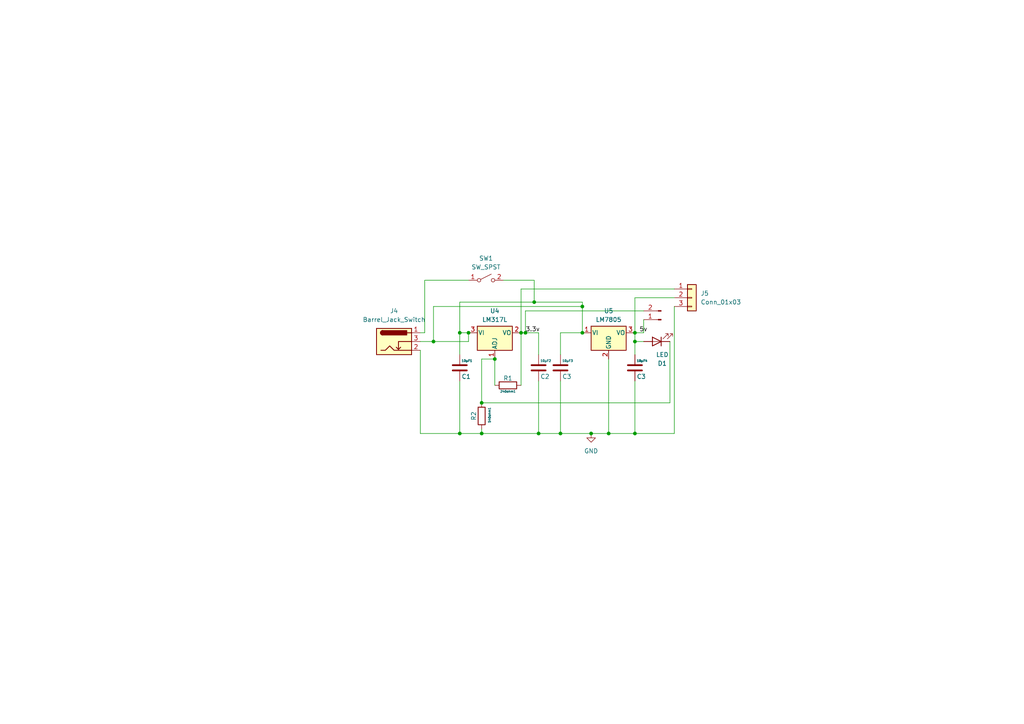
<source format=kicad_sch>
(kicad_sch (version 20231120) (generator "eeschema") (generator_version "8.0")
  (paper "A4")
  (lib_symbols
    (symbol "Connector:Barrel_Jack_Switch" (pin_names hide)
      (property "Reference" "J" (at 0 5.334 0))
      (property "Value" "Barrel_Jack_Switch" (at 0 -5.08 0))
      (symbol "Barrel_Jack_Switch_0_1"
        (rectangle (start -5.08 3.81) (end 5.08 -3.81) (stroke (width 0.254)) (fill (type background)))
        (arc (start -3.302 3.175) (mid -3.9343 2.54) (end -3.302 1.905) (stroke (width 0.254)))
        (arc (start -3.302 3.175) (mid -3.9343 2.54) (end -3.302 1.905) (stroke (width 0.254)) (fill (type outline)))
        (polyline (pts (xy 1.27 -2.286) (xy 1.905 -1.651)) (stroke (width 0.254)))
        (polyline (pts (xy 5.08 2.54) (xy 3.81 2.54)) (stroke (width 0.254)))
        (polyline (pts (xy 5.08 0) (xy 1.27 0) (xy 1.27 -2.286) (xy 0.635 -1.651)) (stroke (width 0.254)))
        (polyline (pts (xy -3.81 -2.54) (xy -2.54 -2.54) (xy -1.27 -1.27) (xy 0 -2.54) (xy 2.54 -2.54) (xy 5.08 -2.54)) (stroke (width 0.254)))
        (rectangle (start 3.683 3.175) (end -3.302 1.905) (stroke (width 0.254)) (fill (type outline)))
      )
      (symbol "Barrel_Jack_Switch_1_1"
        (pin passive line (at 7.62 2.54 180) (length 2.54) (name "~") (number "1"))
        (pin passive line (at 7.62 -2.54 180) (length 2.54) (name "~") (number "2"))
        (pin passive line (at 7.62 0 180) (length 2.54) (name "~") (number "3"))
      )
    )
    (symbol "Connector:Conn_01x02_Pin" (pin_names (offset 1.016) hide)
      (property "Reference" "J" (at 0 2.54 0))
      (property "Value" "Conn_01x02_Pin" (at 0 -5.08 0))
      (symbol "Conn_01x02_Pin_1_1"
        (polyline (pts (xy 1.27 -2.54) (xy 0.8636 -2.54)) (stroke (width 0.1524)))
        (polyline (pts (xy 1.27 0) (xy 0.8636 0)) (stroke (width 0.1524)))
        (rectangle (start 0.8636 -2.413) (end 0 -2.667) (stroke (width 0.1524)) (fill (type outline)))
        (rectangle (start 0.8636 0.127) (end 0 -0.127) (stroke (width 0.1524)) (fill (type outline)))
        (pin passive line (at 5.08 0 180) (length 3.81) (name "Pin_1") (number "1"))
        (pin passive line (at 5.08 -2.54 180) (length 3.81) (name "Pin_2") (number "2"))
      )
    )
    (symbol "Connector_Generic:Conn_01x03" (pin_names (offset 1.016) hide)
      (property "Reference" "J" (at 0 5.08 0))
      (property "Value" "Conn_01x03" (at 0 -5.08 0))
      (symbol "Conn_01x03_1_1"
        (rectangle (start -1.27 -2.413) (end 0 -2.667) (stroke (width 0.1524)))
        (rectangle (start -1.27 0.127) (end 0 -0.127) (stroke (width 0.1524)))
        (rectangle (start -1.27 2.667) (end 0 2.413) (stroke (width 0.1524)))
        (rectangle (start -1.27 3.81) (end 1.27 -3.81) (stroke (width 0.254)) (fill (type background)))
        (pin passive line (at -5.08 2.54 0) (length 3.81) (name "Pin_1") (number "1"))
        (pin passive line (at -5.08 0 0) (length 3.81) (name "Pin_2") (number "2"))
        (pin passive line (at -5.08 -2.54 0) (length 3.81) (name "Pin_3") (number "3"))
      )
    )
    (symbol "Device:C" (pin_numbers hide) (pin_names (offset 0.254))
      (property "Reference" "C" (at 0.635 2.54 0))
      (property "Value" "C" (at 0.635 -2.54 0))
      (symbol "C_0_1"
        (polyline (pts (xy -2.032 -0.762) (xy 2.032 -0.762)) (stroke (width 0.508)))
        (polyline (pts (xy -2.032 0.762) (xy 2.032 0.762)) (stroke (width 0.508)))
      )
      (symbol "C_1_1"
        (pin passive line (at 0 3.81 270) (length 2.794) (name "~") (number "1"))
        (pin passive line (at 0 -3.81 90) (length 2.794) (name "~") (number "2"))
      )
    )
    (symbol "Device:LED" (pin_numbers hide) (pin_names (offset 1.016) hide)
      (property "Reference" "D" (at 0 2.54 0))
      (property "Value" "LED" (at 0 -2.54 0))
      (symbol "LED_0_1"
        (polyline (pts (xy -1.27 -1.27) (xy -1.27 1.27)) (stroke (width 0.254)))
        (polyline (pts (xy -1.27 0) (xy 1.27 0)))
        (polyline (pts (xy 1.27 -1.27) (xy 1.27 1.27) (xy -1.27 0) (xy 1.27 -1.27)) (stroke (width 0.254)))
        (polyline (pts (xy -3.048 -0.762) (xy -4.572 -2.286) (xy -3.81 -2.286) (xy -4.572 -2.286) (xy -4.572 -1.524)))
        (polyline (pts (xy -1.778 -0.762) (xy -3.302 -2.286) (xy -2.54 -2.286) (xy -3.302 -2.286) (xy -3.302 -1.524)))
      )
      (symbol "LED_1_1"
        (pin passive line (at -3.81 0 0) (length 2.54) (name "K") (number "1"))
        (pin passive line (at 3.81 0 180) (length 2.54) (name "A") (number "2"))
      )
    )
    (symbol "Device:R" (pin_numbers hide) (pin_names (offset 0))
      (property "Reference" "R" (at 2.032 0 90))
      (property "Value" "R" (at 0 0 90))
      (symbol "R_0_1"
        (rectangle (start -1.016 -2.54) (end 1.016 2.54) (stroke (width 0.254)))
      )
      (symbol "R_1_1"
        (pin passive line (at 0 3.81 270) (length 1.27) (name "~") (number "1"))
        (pin passive line (at 0 -3.81 90) (length 1.27) (name "~") (number "2"))
      )
    )
    (symbol "Regulator_Linear:LM317L_SOT-89" (pin_names (offset 0.254))
      (property "Reference" "U" (at -3.81 3.175 0))
      (property "Value" "LM317L_SOT-89" (at 0 3.175 0))
      (symbol "LM317L_SOT-89_0_1"
        (rectangle (start -5.08 1.905) (end 5.08 -5.08) (stroke (width 0.254)) (fill (type background)))
      )
      (symbol "LM317L_SOT-89_1_1"
        (pin input line (at 0 -7.62 90) (length 2.54) (name "ADJ") (number "1"))
        (pin power_out line (at 7.62 0 180) (length 2.54) (name "VO") (number "2"))
        (pin power_in line (at -7.62 0 0) (length 2.54) (name "VI") (number "3"))
      )
    )
    (symbol "Regulator_Linear:LM7805_TO220" (pin_names (offset 0.254))
      (property "Reference" "U" (at -3.81 3.175 0))
      (property "Value" "LM7805_TO220" (at 0 3.175 0))
      (symbol "LM7805_TO220_0_1"
        (rectangle (start -5.08 1.905) (end 5.08 -5.08) (stroke (width 0.254)) (fill (type background)))
      )
      (symbol "LM7805_TO220_1_1"
        (pin power_in line (at -7.62 0 0) (length 2.54) (name "VI") (number "1"))
        (pin power_in line (at 0 -7.62 90) (length 2.54) (name "GND") (number "2"))
        (pin power_out line (at 7.62 0 180) (length 2.54) (name "VO") (number "3"))
      )
    )
    (symbol "Switch:SW_SPST" (pin_names (offset 0) hide)
      (property "Reference" "SW" (at 0 3.175 0))
      (property "Value" "SW_SPST" (at 0 -2.54 0))
      (symbol "SW_SPST_0_0"
        (circle (center -2.032 0) (radius 0.508))
        (polyline (pts (xy -1.524 0.254) (xy 1.524 1.778)))
        (circle (center 2.032 0) (radius 0.508))
      )
      (symbol "SW_SPST_1_1"
        (pin passive line (at -5.08 0 0) (length 2.54) (name "A") (number "1"))
        (pin passive line (at 5.08 0 180) (length 2.54) (name "B") (number "2"))
      )
    )
    (symbol "power:GND" (power) (pin_numbers hide) (pin_names (offset 0) hide)
      (property "Value" "GND" (at 0 -3.81 0))
      (symbol "GND_0_1"
        (polyline (pts (xy 0 0) (xy 0 -1.27) (xy 1.27 -1.27) (xy 0 -2.54) (xy -1.27 -1.27) (xy 0 -1.27)))
      )
      (symbol "GND_1_1"
        (pin power_in line (at 0 0 270) (length 0) (name "~") (number "1"))
      )
    )
  )
  (junction (at 125.73 99.06))
  (junction (at 176.53 125.73))
  (junction (at 162.56 125.73))
  (junction (at 168.91 96.52))
  (junction (at 151.13 96.52))
  (junction (at 184.15 96.52))
  (junction (at 156.21 125.73))
  (junction (at 139.7 125.73))
  (junction (at 184.15 125.73))
  (junction (at 139.7 116.84))
  (junction (at 171.45 125.73))
  (junction (at 168.91 88.9))
  (junction (at 133.35 96.52))
  (junction (at 154.94 87.63))
  (junction (at 143.51 104.14))
  (junction (at 184.15 99.06))
  (junction (at 133.35 125.73))
  (junction (at 152.4 96.52))
  (junction (at 135.89 96.52))
  (wire (pts (xy 156.21 110.49) (xy 156.21 125.73)))
  (wire (pts (xy 151.13 96.52) (xy 151.13 111.76)))
  (wire (pts (xy 184.15 86.36) (xy 184.15 96.52)))
  (wire (pts (xy 184.15 110.49) (xy 184.15 125.73)))
  (wire (pts (xy 133.35 87.63) (xy 133.35 96.52)))
  (wire (pts (xy 139.7 104.14) (xy 143.51 104.14)))
  (wire (pts (xy 123.19 96.52) (xy 123.19 81.28)))
  (wire (pts (xy 184.15 125.73) (xy 195.58 125.73)))
  (wire (pts (xy 152.4 96.52) (xy 156.21 96.52)))
  (wire (pts (xy 195.58 88.9) (xy 195.58 125.73)))
  (wire (pts (xy 139.7 116.84) (xy 194.31 116.84)))
  (wire (pts (xy 135.89 99.06) (xy 135.89 96.52)))
  (wire (pts (xy 171.45 125.73) (xy 176.53 125.73)))
  (wire (pts (xy 151.13 83.82) (xy 195.58 83.82)))
  (wire (pts (xy 184.15 99.06) (xy 186.69 99.06)))
  (wire (pts (xy 194.31 99.06) (xy 194.31 116.84)))
  (wire (pts (xy 146.05 81.28) (xy 154.94 81.28)))
  (wire (pts (xy 125.73 88.9) (xy 168.91 88.9)))
  (wire (pts (xy 184.15 86.36) (xy 195.58 86.36)))
  (wire (pts (xy 151.13 83.82) (xy 151.13 96.52)))
  (wire (pts (xy 133.35 125.73) (xy 139.7 125.73)))
  (wire (pts (xy 176.53 104.14) (xy 176.53 125.73)))
  (wire (pts (xy 162.56 96.52) (xy 162.56 102.87)))
  (wire (pts (xy 184.15 96.52) (xy 186.69 96.52)))
  (wire (pts (xy 184.15 96.52) (xy 184.15 99.06)))
  (wire (pts (xy 121.92 96.52) (xy 123.19 96.52)))
  (wire (pts (xy 186.69 90.17) (xy 152.4 90.17)))
  (wire (pts (xy 133.35 110.49) (xy 133.35 125.73)))
  (wire (pts (xy 139.7 116.84) (xy 139.7 104.14)))
  (wire (pts (xy 186.69 92.71) (xy 186.69 96.52)))
  (wire (pts (xy 133.35 96.52) (xy 135.89 96.52)))
  (wire (pts (xy 123.19 81.28) (xy 135.89 81.28)))
  (wire (pts (xy 154.94 87.63) (xy 133.35 87.63)))
  (wire (pts (xy 151.13 96.52) (xy 152.4 96.52)))
  (wire (pts (xy 139.7 124.46) (xy 139.7 125.73)))
  (wire (pts (xy 121.92 125.73) (xy 133.35 125.73)))
  (wire (pts (xy 176.53 125.73) (xy 184.15 125.73)))
  (wire (pts (xy 162.56 125.73) (xy 156.21 125.73)))
  (wire (pts (xy 156.21 96.52) (xy 156.21 102.87)))
  (wire (pts (xy 184.15 99.06) (xy 184.15 102.87)))
  (wire (pts (xy 168.91 96.52) (xy 162.56 96.52)))
  (wire (pts (xy 168.91 87.63) (xy 154.94 87.63)))
  (wire (pts (xy 143.51 104.14) (xy 143.51 111.76)))
  (wire (pts (xy 139.7 125.73) (xy 156.21 125.73)))
  (wire (pts (xy 152.4 90.17) (xy 152.4 96.52)))
  (wire (pts (xy 121.92 99.06) (xy 125.73 99.06)))
  (wire (pts (xy 154.94 81.28) (xy 154.94 87.63)))
  (wire (pts (xy 162.56 125.73) (xy 171.45 125.73)))
  (wire (pts (xy 125.73 99.06) (xy 135.89 99.06)))
  (wire (pts (xy 162.56 110.49) (xy 162.56 125.73)))
  (wire (pts (xy 125.73 99.06) (xy 125.73 88.9)))
  (wire (pts (xy 121.92 101.6) (xy 121.92 125.73)))
  (wire (pts (xy 168.91 88.9) (xy 168.91 87.63)))
  (wire (pts (xy 133.35 96.52) (xy 133.35 102.87)))
  (wire (pts (xy 168.91 96.52) (xy 168.91 88.9)))
  (label "5v" (at 185.42 96.52 0))
  (label "3.3v" (at 152.4 96.52 0))
  (symbol (lib_id "Connector:Conn_01x02_Pin") (at 191.77 92.71 180) (unit 1)
    (property "Reference" "J2" (effects (hide yes)))
    (property "Value" "Conn_01x02_Pin" (effects (hide yes)))
    (property "Footprint" "Connector:FanPinHeader_1x03_P2.54mm_Vertical" (effects (hide yes)))
    (property "Description" "Generic connector, single row, 01x02, script generated" (effects (hide yes)))
  )
  (symbol (lib_id "power:GND") (at 171.45 125.73 0) (unit 1)
    (property "Reference" "#PWR01" (effects (hide yes)))
    (property "Value" "GND" (at 171.45 130.81 0))
    (property "Description" "Power symbol creates a global label with name \"GND\" , ground" (effects (hide yes)))
    (instances (project "schemetics" (path "" (reference "#PWR01") (unit 1))) (project "POWER SUPPLY" (path "" (reference "#PWR?") (unit 1))))
  )
  (symbol (lib_id "Device:C") (at 184.15 106.68 0) (unit 1)
    (property "Reference" "10µF4" (at 184.658 104.648 0) (effects (font (size 0.635 0.635)) (justify left)))
    (property "Value" "C3" (at 184.658 109.22 0) (effects (justify left)))
    (property "Footprint" "Capacitor_SMD:C_01005_0402Metric" (effects (hide yes)))
    (property "Description" "Unpolarized capacitor" (effects (hide yes)))
    (instances (project "schemetics" (path "" (reference "10µF4") (unit 1))) (project "POWER SUPPLY" (path "" (reference "10µF?") (unit 1))))
  )
  (symbol (lib_id "Device:R") (at 147.32 111.76 90) (unit 1)
    (property "Reference" "240ohm1" (at 147.32 113.538 90) (effects (font (size 0.635 0.635))))
    (property "Value" "R1" (at 147.32 109.728 90))
    (property "Footprint" "Resistor_SMD:R_0805_2012Metric" (effects (hide yes)))
    (property "Description" "Resistor" (effects (hide yes)))
    (instances (project "schemetics" (path "" (reference "240ohm1") (unit 1))) (project "POWER SUPPLY" (path "" (reference "240ohm?") (unit 1))))
  )
  (symbol (lib_id "Switch:SW_SPST") (at 140.97 81.28 0) (unit 1)
    (property "Reference" "SW1" (at 140.97 74.93 0))
    (property "Value" "SW_SPST" (at 140.97 77.47 0))
    (property "Footprint" "Button_Switch_SMD:SW_DIP_SPSTx08_Slide_Copal_CVS-08xB_W5.9mm_P1mm" (effects (hide yes)))
    (property "Description" "Single Pole Single Throw (SPST) switch" (effects (hide yes)))
    (instances (project "schemetics" (path "" (reference "SW1") (unit 1))) (project "POWER SUPPLY" (path "" (reference "SW?") (unit 1))))
  )
  (symbol (lib_id "Connector_Generic:Conn_01x03") (at 200.66 86.36 0) (unit 1)
    (property "Reference" "J5" (at 203.2 85.0899 0) (effects (justify left)))
    (property "Value" "Conn_01x03" (at 203.2 87.6299 0) (effects (justify left)))
    (property "Footprint" "Connector_PinHeader_1.00mm:PinHeader_1x03_P1.00mm_Vertical" (effects (hide yes)))
    (property "Description" "Generic connector, single row, 01x03, script generated (kicad-library-utils/schlib/autogen/connector/)" (effects (hide yes)))
    (instances (project "schemetics" (path "" (reference "J5") (unit 1))) (project "POWER SUPPLY" (path "" (reference "J?") (unit 1))))
  )
  (symbol (lib_id "Regulator_Linear:LM317L_SOT-89") (at 143.51 96.52 0) (unit 1)
    (property "Reference" "U4" (at 143.51 90.17 0))
    (property "Value" "LM317L" (at 143.51 92.71 0))
    (property "Footprint" "Package_TO_SOT_SMD:SOT-223-8" (effects (hide yes)))
    (property "Datasheet" "http://www.ti.com/lit/ds/symlink/lm317l.pdf" (effects (hide yes)))
    (property "Description" "100mA 35V Adjustable Linear Regulator, SOT-89" (effects (hide yes)))
    (instances (project "schemetics" (path "" (reference "U4") (unit 1))) (project "POWER SUPPLY" (path "" (reference "U?") (unit 1))))
  )
  (symbol (lib_id "Device:R") (at 139.7 120.65 180) (unit 1)
    (property "Reference" "540ohm1" (at 141.986 120.396 90) (effects (font (size 0.635 0.635))))
    (property "Value" "R2" (at 137.414 120.65 90))
    (property "Footprint" "Resistor_SMD:R_0805_2012Metric" (effects (hide yes)))
    (property "Description" "Resistor" (effects (hide yes)))
    (instances (project "schemetics" (path "" (reference "540ohm1") (unit 1))) (project "POWER SUPPLY" (path "" (reference "540ohm?") (unit 1))))
  )
  (symbol (lib_id "Connector:Barrel_Jack_Switch") (at 114.3 99.06 0) (unit 1)
    (property "Reference" "J4" (at 114.3 90.17 0))
    (property "Value" "Barrel_Jack_Switch" (at 114.3 92.71 0))
    (property "Footprint" "Connector_BarrelJack:BarrelJack_Horizontal" (effects (hide yes)))
    (property "Description" "DC Barrel Jack with an internal switch" (effects (hide yes)))
    (instances (project "schemetics" (path "" (reference "J4") (unit 1))) (project "POWER SUPPLY" (path "" (reference "J?") (unit 1))))
  )
  (symbol (lib_id "Regulator_Linear:LM7805_TO220") (at 176.53 96.52 0) (unit 1)
    (property "Reference" "U5" (at 176.53 90.17 0))
    (property "Value" "LM7805" (at 176.53 92.71 0))
    (property "Footprint" "Package_TO_SOT_SMD:SOT-223-8" (effects (hide yes)))
    (property "Datasheet" "https://www.onsemi.cn/PowerSolutions/document/MC7800-D.PDF" (effects (hide yes)))
    (property "Description" "Positive 1A 35V Linear Regulator, Fixed Output 5V, TO-220" (effects (hide yes)))
    (instances (project "schemetics" (path "" (reference "U5") (unit 1))) (project "POWER SUPPLY" (path "" (reference "U?") (unit 1))))
  )
  (symbol (lib_id "Device:C") (at 133.35 106.68 0) (unit 1)
    (property "Reference" "10µF1" (at 133.858 104.648 0) (effects (font (size 0.635 0.635)) (justify left)))
    (property "Value" "C1" (at 133.858 109.22 0) (effects (justify left)))
    (property "Footprint" "Capacitor_SMD:C_01005_0402Metric" (effects (hide yes)))
    (property "Description" "Unpolarized capacitor" (effects (hide yes)))
    (instances (project "schemetics" (path "" (reference "10µF1") (unit 1))) (project "POWER SUPPLY" (path "" (reference "10µF?") (unit 1))))
  )
  (symbol (lib_id "Device:LED") (at 190.5 99.06 180) (unit 1)
    (property "Reference" "D1" (at 192.0875 105.41 0))
    (property "Value" "LED" (at 192.0875 102.87 0))
    (property "Footprint" "LED_SMD:LED_1206_3216Metric" (effects (hide yes)))
    (property "Description" "Light emitting diode" (effects (hide yes)))
    (instances (project "schemetics" (path "" (reference "D1") (unit 1))) (project "POWER SUPPLY" (path "" (reference "D?") (unit 1))))
  )
  (symbol (lib_id "Device:C") (at 156.21 106.68 0) (unit 1)
    (property "Reference" "10µF2" (at 156.718 104.648 0) (effects (font (size 0.635 0.635)) (justify left)))
    (property "Value" "C2" (at 156.718 109.22 0) (effects (justify left)))
    (property "Footprint" "Capacitor_SMD:C_01005_0402Metric" (effects (hide yes)))
    (property "Description" "Unpolarized capacitor" (effects (hide yes)))
    (instances (project "schemetics" (path "" (reference "10µF2") (unit 1))) (project "POWER SUPPLY" (path "" (reference "10µF?") (unit 1))))
  )
  (symbol (lib_id "Device:C") (at 162.56 106.68 0) (unit 1)
    (property "Reference" "10µF3" (at 163.068 104.648 0) (effects (font (size 0.635 0.635)) (justify left)))
    (property "Value" "C3" (at 163.068 109.22 0) (effects (justify left)))
    (property "Footprint" "Capacitor_SMD:C_01005_0402Metric" (effects (hide yes)))
    (property "Description" "Unpolarized capacitor" (effects (hide yes)))
    (instances (project "schemetics" (path "" (reference "10µF3") (unit 1))) (project "POWER SUPPLY" (path "" (reference "10µF?") (unit 1))))
  )
)
</source>
